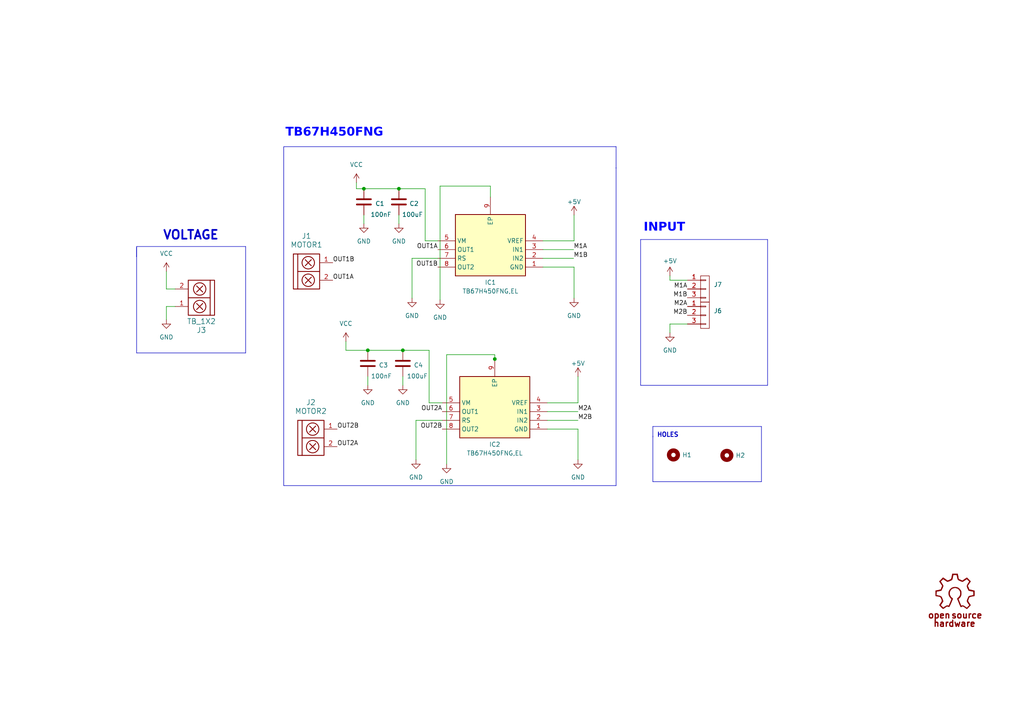
<source format=kicad_sch>
(kicad_sch (version 20231120) (generator "eeschema") (generator_version "8.0")
  (paper "A4")
  (title_block (title "Motor Driver TB67H450FNG x2") (date "2024-04-13") (rev "2.0") (company "Space Angels") (comment 1 "Made in EESTN5") (comment 2 "Autor Alejo Guerra") (comment 4 "Motor driver designed for competition robots"))
  (lib_symbols
    (symbol "Device:C" (pin_numbers hide) (pin_names (offset 0.254))
      (property "Reference" "C" (at 0.635 2.54 0))
      (property "Value" "C" (at 0.635 -2.54 0))
      (symbol "C_0_1"
        (polyline (pts (xy -2.032 -0.762) (xy 2.032 -0.762)) (stroke (width 0.508)))
        (polyline (pts (xy -2.032 0.762) (xy 2.032 0.762)) (stroke (width 0.508)))
      )
      (symbol "C_1_1"
        (pin passive line (at 0 3.81 270) (length 2.794) (name "~") (number "1"))
        (pin passive line (at 0 -3.81 90) (length 2.794) (name "~") (number "2"))
      )
    )
    (symbol "EESTN5:Conn_01X03" (pin_names (offset 1.016) hide)
      (property "Reference" "J" (at 0 5.08 0))
      (property "Value" "Conn_01X03" (at 0 -5.08 0))
      (symbol "Conn_01X03_0_1"
        (rectangle (start -1.27 -2.413) (end 0.254 -2.667))
        (rectangle (start -1.27 0.127) (end 0.254 -0.127))
        (rectangle (start -1.27 2.667) (end 0.254 2.413))
        (rectangle (start -1.27 3.81) (end 1.27 -3.81))
      )
      (symbol "Conn_01X03_1_1"
        (pin passive line (at -5.08 2.54 0) (length 3.81) (name "P1") (number "1"))
        (pin passive line (at -5.08 0 0) (length 3.81) (name "P2") (number "2"))
        (pin passive line (at -5.08 -2.54 0) (length 3.81) (name "P3") (number "3"))
      )
    )
    (symbol "EESTN5:Mounting_Hole" (pin_names (offset 1.016))
      (property "Reference" "H" (at 0 5.08 0))
      (symbol "Mounting_Hole_0_1"
        (circle (center 0 0) (radius 1.27) (stroke (width 1.27)))
      )
    )
    (symbol "EESTN5:OSHWA" (pin_names (offset 1.016))
      (symbol "OSHWA_0_0"
        (polyline (pts (xy 5.7912 2.667) (xy 5.5372 2.7178) (xy 5.4864 2.7432) (xy 5.4864 1.8796) (xy 5.4864 1.8288) (xy 5.4864 1.6002) (xy 5.4864 1.4732) (xy 5.4102 1.3716) (xy 5.2832 1.3208) (xy 5.0038 1.27) (xy 4.6228 1.1938) (xy 4.572 1.1684) (xy 4.318 1.1176) (xy 4.1656 1.0414) (xy 4.0386 0.889) (xy 3.937 0.6604) (xy 3.8354 0.4064) (xy 3.683 0.0762) (xy 3.6068 -0.1778) (xy 3.5814 -0.3556) (xy 3.6322 -0.5334) (xy 3.7592 -0.7366) (xy 3.9116 -0.9906) (xy 4.318 -1.5494) (xy 3.937 -1.9304) (xy 3.5814 -2.3114) (xy 3.048 -1.9558) (xy 2.794 -1.778) (xy 2.5654 -1.651) (xy 2.3876 -1.6256) (xy 2.2098 -1.6256) (xy 1.905 -1.6764) (xy 1.4986 -0.7112) (xy 1.1176 0.2286) (xy 1.397 0.508) (xy 1.5748 0.6604) (xy 1.8034 1.016) (xy 1.9304 1.397) (xy 1.9812 1.8542) (xy 1.9812 1.9304) (xy 1.9558 2.2606) (xy 1.905 2.54) (xy 1.7526 2.8194) (xy 1.4732 3.175) (xy 1.0668 3.5052) (xy 0.5842 3.683) (xy 0.1016 3.7338) (xy -0.4064 3.6576) (xy -0.889 3.429) (xy -1.2954 3.048) (xy -1.3462 2.9972) (xy -1.6256 2.5146) (xy -1.7526 2.0066) (xy -1.7018 1.4986) (xy -1.4986 0.9906) (xy -1.143 0.508) (xy -0.8636 0.2032) (xy -1.2446 -0.7366) (xy -1.651 -1.6764) (xy -1.9558 -1.6256) (xy -2.1082 -1.6256) (xy -2.286 -1.651) (xy -2.4892 -1.7526) (xy -2.7686 -1.9304) (xy -3.2766 -2.2606) (xy -3.6576 -1.905) (xy -4.0132 -1.524) (xy -3.6322 -0.9652) (xy -3.2766 -0.4064) (xy -3.429 0.0254) (xy -3.4544 0.1016) (xy -3.6068 0.508) (xy -3.7338 0.7874) (xy -3.8862 0.9906) (xy -4.0894 1.0922) (xy -4.3688 1.1938) (xy -4.7752 1.27) (xy -5.2578 1.3716) (xy -5.2324 1.905) (xy -5.207 2.413) (xy -4.5212 2.54) (xy -3.8608 2.667) (xy -3.5814 3.2512) (xy -3.556 3.302) (xy -3.4036 3.6068) (xy -3.3274 3.8862) (xy -3.2766 4.0386) (xy -3.3274 4.2164) (xy -3.4544 4.445) (xy -3.6322 4.7244) (xy -3.6576 4.7498) (xy -3.81 5.0292) (xy -3.937 5.207) (xy -3.9878 5.3086) (xy -3.9878 5.334) (xy -3.8862 5.461) (xy -3.7338 5.6388) (xy -3.5306 5.8166) (xy -3.3782 5.969) (xy -3.2766 6.0198) (xy -3.1496 5.9436) (xy -2.9464 5.8166) (xy -2.6924 5.6388) (xy -2.6162 5.588) (xy -2.3622 5.4102) (xy -2.159 5.3086) (xy -2.032 5.2578) (xy -1.8796 5.3086) (xy -1.6256 5.3848) (xy -1.3208 5.5118) (xy -1.2446 5.5372) (xy -0.9144 5.6896) (xy -0.7112 5.842) (xy -0.635 5.969) (xy -0.6096 6.096) (xy -0.5588 6.3754) (xy -0.4826 6.6802) (xy -0.381 7.239) (xy 0.127 7.239) (xy 0.635 7.239) (xy 0.7366 6.731) (xy 0.7874 6.477) (xy 0.8636 6.1722) (xy 0.9398 5.9436) (xy 1.0414 5.8166) (xy 1.1684 5.715) (xy 1.3462 5.6134) (xy 1.4478 5.5626) (xy 1.778 5.4356) (xy 2.032 5.334) (xy 2.1844 5.2832) (xy 2.3114 5.2832) (xy 2.4638 5.334) (xy 2.667 5.4356) (xy 2.9464 5.6388) (xy 3.556 6.0452) (xy 3.937 5.6896) (xy 4.2926 5.3086) (xy 3.9116 4.7498) (xy 3.8354 4.6228) (xy 3.683 4.318) (xy 3.5814 4.0894) (xy 3.6068 3.8354) (xy 3.683 3.5306) (xy 3.8862 3.1496) (xy 4.1148 2.667) (xy 4.7752 2.54) (xy 5.461 2.413) (xy 5.4864 1.8796) (xy 5.4864 2.7432) (xy 5.4102 2.7432) (xy 5.1054 2.8194) (xy 4.8006 2.8956) (xy 4.2926 2.9718) (xy 4.064 3.5306) (xy 3.81 4.0894) (xy 4.2418 4.7244) (xy 4.6736 5.3594) (xy 4.1148 5.9182) (xy 3.5814 6.4516) (xy 2.921 6.0198) (xy 2.286 5.5626) (xy 1.7526 5.7912) (xy 1.1938 6.0452) (xy 1.0922 6.5532) (xy 1.0668 6.8072) (xy 0.9906 7.0866) (xy 0.9652 7.3152) (xy 0.9144 7.5438) (xy 0.127 7.5438) (xy -0.6604 7.5438) (xy -0.762 6.9342) (xy -0.8128 6.6802) (xy -0.889 6.35) (xy -0.9652 6.1214) (xy -1.0922 5.9944) (xy -1.27 5.8928) (xy -1.524 5.7658) (xy -2.032 5.588) (xy -2.667 6.0198) (xy -3.3274 6.477) (xy -3.8608 5.9182) (xy -4.4196 5.3594) (xy -3.9878 4.7244) (xy -3.556 4.0894) (xy -3.7846 3.556) (xy -3.7846 3.5306) (xy -3.8862 3.2766) (xy -3.9878 3.0734) (xy -4.0132 2.9972) (xy -4.0386 2.9718) (xy -4.191 2.9464) (xy -4.445 2.8956) (xy -4.7752 2.8194) (xy -5.5118 2.6924) (xy -5.5118 1.905) (xy -5.5118 1.143) (xy -4.9022 1.016) (xy -4.8768 1.016) (xy -4.5466 0.9652) (xy -4.2926 0.889) (xy -4.1402 0.8382) (xy -4.1148 0.8128) (xy -4.0132 0.6604) (xy -3.8862 0.4318) (xy -3.7592 0.1524) (xy -3.683 -0.1016) (xy -3.6576 -0.3048) (xy -3.7084 -0.4572) (xy -3.8608 -0.6858) (xy -4.0386 -0.9652) (xy -4.4196 -1.524) (xy -3.8862 -2.0828) (xy -3.7846 -2.2098) (xy -3.556 -2.413) (xy -3.3782 -2.5654) (xy -3.3274 -2.6162) (xy -3.302 -2.6162) (xy -3.2004 -2.54) (xy -2.9972 -2.413) (xy -2.7178 -2.2352) (xy -2.5654 -2.1082) (xy -2.3368 -1.9558) (xy -2.1844 -1.905) (xy -2.0574 -1.905) (xy -1.905 -1.9304) (xy -1.7018 -2.0066) (xy -1.5748 -2.0574) (xy -1.5494 -2.032) (xy -1.4732 -1.8796) (xy -1.3462 -1.6256) (xy -1.1684 -1.27) (xy -0.9906 -0.8636) (xy -0.4826 0.3556) (xy -0.8382 0.6604) (xy -1.016 0.8128) (xy -1.27 1.2192) (xy -1.4224 1.651) (xy -1.4224 2.1082) (xy -1.2954 2.5146) (xy -1.0922 2.8956) (xy -0.762 3.2004) (xy -0.3556 3.4036) (xy 0.1524 3.4798) (xy 0.4826 3.429) (xy 0.9144 3.2766) (xy 1.27 2.9718) (xy 1.5494 2.5908) (xy 1.6764 2.159) (xy 1.6764 1.8288) (xy 1.6256 1.4478) (xy 1.4732 1.0922) (xy 1.1684 0.762) (xy 0.762 0.3556) (xy 1.2446 -0.8128) (xy 1.3208 -1.016) (xy 1.4732 -1.397) (xy 1.6256 -1.7272) (xy 1.7272 -1.9558) (xy 1.778 -2.0574) (xy 1.8796 -2.0828) (xy 2.032 -2.0066) (xy 2.1844 -1.905) (xy 2.3114 -1.8796) (xy 2.4892 -1.905) (xy 2.7178 -2.032) (xy 3.0226 -2.2352) (xy 3.5814 -2.6416) (xy 4.1402 -2.0828) (xy 4.6736 -1.524) (xy 4.2926 -0.9652) (xy 4.2164 -0.8636) (xy 4.064 -0.6096) (xy 3.937 -0.381) (xy 3.8862 -0.2794) (xy 3.8862 -0.254) (xy 3.937 -0.0762) (xy 4.0386 0.1778) (xy 4.1402 0.4572) (xy 4.2418 0.6858) (xy 4.318 0.7874) (xy 4.3434 0.8128) (xy 4.4958 0.8636) (xy 4.7498 0.9398) (xy 5.08 1.016) (xy 5.7912 1.143) (xy 5.7912 1.905) (xy 5.7912 2.667) (xy 5.7912 2.667)) (stroke (width 0.0254)) (fill (type outline)))
        (text "hardware" (at -0.0254 -6.858 0) (effects (font (size 1.778 1.778) (bold yes))))
        (text "open" (at -4.445 -4.445 0) (effects (font (size 1.778 1.778) (bold yes))))
        (text "source" (at 3.556 -4.445 0) (effects (font (size 1.778 1.778) (bold yes))))
      )
    )
    (symbol "EESTN5:TB_1X2" (pin_names (offset 1.016))
      (property "Reference" "J" (at 0 7.62 0))
      (property "Value" "TB_1X2" (at 1.27 -7.62 0))
      (symbol "TB_1X2_0_1"
        (rectangle (start -2.54 5.08) (end 5.08 -5.08) (stroke (width 0.254)))
        (polyline (pts (xy -1.27 0) (xy 5.08 0)) (stroke (width 0.254)))
        (polyline (pts (xy -1.27 5.08) (xy -1.27 -5.08)) (stroke (width 0.254)))
        (polyline (pts (xy 0.889 -3.429) (xy 2.667 -1.651)) (stroke (width 0.254)))
        (polyline (pts (xy 0.889 -1.651) (xy 2.667 -3.429)) (stroke (width 0.254)))
        (polyline (pts (xy 0.889 1.651) (xy 2.667 3.429)) (stroke (width 0.254)))
        (polyline (pts (xy 0.889 3.429) (xy 2.667 1.651)) (stroke (width 0.254)))
        (circle (center 1.778 -2.54) (radius 1.8034) (stroke (width 0.254)))
        (circle (center 1.778 2.54) (radius 1.8034) (stroke (width 0.254)))
      )
      (symbol "TB_1X2_1_1"
        (pin input line (at 8.89 2.54 180) (length 3.81) (name "~") (number "1"))
        (pin input line (at 8.89 -2.54 180) (length 3.81) (name "~") (number "2"))
      )
    )
    (symbol "TB67H450FNG_EL:TB67H450FNG,EL"
      (property "Reference" "IC" (at 26.67 7.62 0))
      (property "Value" "TB67H450FNG,EL" (at 26.67 5.08 0))
      (symbol "TB67H450FNG,EL_1_1"
        (rectangle (start 5.08 2.54) (end 25.4 -15.24) (stroke (width 0.254)) (fill (type background)))
        (pin passive line (at 0 0 0) (length 5.08) (name "GND") (number "1"))
        (pin passive line (at 0 -2.54 0) (length 5.08) (name "IN2") (number "2"))
        (pin passive line (at 0 -5.08 0) (length 5.08) (name "IN1") (number "3"))
        (pin passive line (at 0 -7.62 0) (length 5.08) (name "VREF") (number "4"))
        (pin passive line (at 30.48 -7.62 180) (length 5.08) (name "VM") (number "5"))
        (pin passive line (at 30.48 -5.08 180) (length 5.08) (name "OUT1") (number "6"))
        (pin passive line (at 30.48 -2.54 180) (length 5.08) (name "RS") (number "7"))
        (pin passive line (at 30.48 0 180) (length 5.08) (name "OUT2") (number "8"))
        (pin passive line (at 15.24 -20.32 90) (length 5.08) (name "EP") (number "9"))
      )
    )
    (symbol "power:+5V" (power) (pin_names (offset 0))
      (property "Value" "+5V" (at 0 3.556 0))
      (symbol "+5V_0_1"
        (polyline (pts (xy -0.762 1.27) (xy 0 2.54)))
        (polyline (pts (xy 0 0) (xy 0 2.54)))
        (polyline (pts (xy 0 2.54) (xy 0.762 1.27)))
      )
      (symbol "+5V_1_1"
        (pin power_in line (at 0 0 90) (length 0) hide (name "+5V") (number "1"))
      )
    )
    (symbol "power:GND" (power) (pin_names (offset 0))
      (property "Value" "GND" (at 0 -3.81 0))
      (symbol "GND_0_1"
        (polyline (pts (xy 0 0) (xy 0 -1.27) (xy 1.27 -1.27) (xy 0 -2.54) (xy -1.27 -1.27) (xy 0 -1.27)))
      )
      (symbol "GND_1_1"
        (pin power_in line (at 0 0 270) (length 0) hide (name "GND") (number "1"))
      )
    )
    (symbol "power:VCC" (power) (pin_names (offset 0))
      (property "Value" "VCC" (at 0 3.81 0))
      (symbol "VCC_0_1"
        (polyline (pts (xy -0.762 1.27) (xy 0 2.54)))
        (polyline (pts (xy 0 0) (xy 0 2.54)))
        (polyline (pts (xy 0 2.54) (xy 0.762 1.27)))
      )
      (symbol "VCC_1_1"
        (pin power_in line (at 0 0 90) (length 0) hide (name "VCC") (number "1"))
      )
    )
  )
  (junction (at 105.537 54.737))
  (junction (at 116.84 101.6))
  (junction (at 106.68 101.6))
  (junction (at 115.697 54.737))
  (junction (at 143.51 104.14))
  (polyline (pts (xy 39.624 102.362) (xy 71.247 102.362)))
  (polyline (pts (xy 82.296 140.843) (xy 82.296 42.545)))
  (wire (pts (xy 100.33 101.6) (xy 106.68 101.6)))
  (wire (pts (xy 166.497 69.85) (xy 166.497 62.357)))
  (polyline (pts (xy 222.631 111.76) (xy 222.631 69.469)))
  (polyline (pts (xy 71.247 102.362) (xy 71.247 71.501)))
  (polyline (pts (xy 39.624 74.295) (xy 39.624 74.422)))
  (wire (pts (xy 103.378 54.737) (xy 105.537 54.737)))
  (wire (pts (xy 158.75 124.46) (xy 167.64 124.46)))
  (wire (pts (xy 129.54 102.87) (xy 129.54 134.62)))
  (wire (pts (xy 129.54 102.87) (xy 143.51 102.87)))
  (polyline (pts (xy 185.801 111.76) (xy 222.631 111.76)))
  (wire (pts (xy 123.317 69.85) (xy 127 69.85)))
  (polyline (pts (xy 178.689 42.545) (xy 178.562 42.545)))
  (wire (pts (xy 194.31 93.98) (xy 194.31 96.52)))
  (wire (pts (xy 115.697 54.737) (xy 105.537 54.737)))
  (wire (pts (xy 142.24 57.15) (xy 142.24 53.975)))
  (polyline (pts (xy 39.624 71.501) (xy 39.624 74.422)))
  (polyline (pts (xy 189.357 123.698) (xy 189.357 126.746)))
  (wire (pts (xy 143.51 104.14) (xy 143.51 104.267)))
  (polyline (pts (xy 71.247 71.501) (xy 39.624 71.501)))
  (wire (pts (xy 166.37 74.93) (xy 157.48 74.93)))
  (wire (pts (xy 167.64 116.84) (xy 167.64 109.22)))
  (polyline (pts (xy 220.853 123.698) (xy 189.357 123.698)))
  (wire (pts (xy 48.26 88.9) (xy 50.8 88.9)))
  (wire (pts (xy 167.64 124.46) (xy 167.64 133.35)))
  (wire (pts (xy 106.68 109.22) (xy 106.68 111.76)))
  (wire (pts (xy 157.48 77.47) (xy 166.497 77.47)))
  (wire (pts (xy 48.26 88.9) (xy 48.26 92.71)))
  (wire (pts (xy 116.84 109.22) (xy 116.84 111.76)))
  (wire (pts (xy 105.537 62.357) (xy 105.537 64.897)))
  (polyline (pts (xy 39.624 71.755) (xy 39.624 102.362)))
  (wire (pts (xy 143.51 102.87) (xy 143.51 104.14)))
  (wire (pts (xy 158.75 116.84) (xy 167.64 116.84)))
  (wire (pts (xy 123.317 54.737) (xy 115.697 54.737)))
  (polyline (pts (xy 189.357 126.492) (xy 189.357 139.7)))
  (polyline (pts (xy 178.689 48.768) (xy 178.689 42.545)))
  (wire (pts (xy 194.31 80.01) (xy 194.31 81.28)))
  (wire (pts (xy 194.31 93.98) (xy 199.39 93.98)))
  (wire (pts (xy 127.635 53.975) (xy 127.635 86.995)))
  (polyline (pts (xy 220.853 139.7) (xy 220.853 123.698)))
  (polyline (pts (xy 185.801 69.469) (xy 222.631 69.469)))
  (wire (pts (xy 166.497 77.47) (xy 166.497 86.487)))
  (wire (pts (xy 157.48 69.85) (xy 166.497 69.85)))
  (wire (pts (xy 120.65 121.92) (xy 120.65 133.35)))
  (wire (pts (xy 119.507 74.93) (xy 119.507 86.487)))
  (wire (pts (xy 115.697 62.357) (xy 115.697 64.897)))
  (polyline (pts (xy 178.689 140.843) (xy 82.296 140.843)))
  (wire (pts (xy 123.317 69.85) (xy 123.317 54.737)))
  (wire (pts (xy 158.75 119.38) (xy 167.64 119.38)))
  (wire (pts (xy 124.46 116.84) (xy 128.27 116.84)))
  (wire (pts (xy 142.24 53.975) (xy 127.635 53.975)))
  (wire (pts (xy 48.26 78.74) (xy 48.26 83.82)))
  (wire (pts (xy 127 74.93) (xy 119.507 74.93)))
  (wire (pts (xy 124.46 116.84) (xy 124.46 101.6)))
  (wire (pts (xy 124.46 101.6) (xy 116.84 101.6)))
  (wire (pts (xy 158.75 121.92) (xy 167.64 121.92)))
  (wire (pts (xy 50.8 83.82) (xy 48.26 83.82)))
  (wire (pts (xy 194.31 81.28) (xy 199.39 81.28)))
  (polyline (pts (xy 82.296 42.545) (xy 178.689 42.545)))
  (wire (pts (xy 103.378 52.959) (xy 103.378 54.737)))
  (wire (pts (xy 116.84 101.6) (xy 106.68 101.6)))
  (wire (pts (xy 166.37 72.39) (xy 157.48 72.39)))
  (polyline (pts (xy 185.801 69.469) (xy 185.801 111.76)))
  (polyline (pts (xy 189.357 139.7) (xy 220.853 139.7)))
  (wire (pts (xy 128.27 121.92) (xy 120.65 121.92)))
  (wire (pts (xy 100.33 101.6) (xy 100.33 99.06)))
  (polyline (pts (xy 178.689 48.641) (xy 178.689 140.843)))
  (text "HOLES" (at 190.5 127 0) (effects (font (size 1.27 1.27) (thickness 0.254) (bold yes)) (justify left bottom)))
  (text "INPUT" (at 186.69 68.199 0) (effects (font (size 2.5 2.5) (thickness 0.254) (bold yes)) (justify left bottom)))
  (text "TB67H450FNG" (at 82.804 40.64 0) (effects (font (size 2.5 2.5) (thickness 0.254) (bold yes)) (justify left bottom)))
  (text "VOLTAGE" (at 55.372 68.326 0) (effects (font (size 2.54 2.54) (thickness 0.508) (bold yes))))
  (label "M2A" (at 167.64 119.38 0))
  (label "M1B" (at 199.39 86.36 180))
  (label "OUT1A" (at 127 72.39 180))
  (label "OUT1A" (at 96.52 81.28 0))
  (label "M2B" (at 199.39 91.44 180))
  (label "OUT2B" (at 97.79 124.46 0))
  (label "OUT2B" (at 128.27 124.46 180))
  (label "M1A" (at 166.37 72.39 0))
  (label "M2B" (at 167.64 121.92 0))
  (label "M2A" (at 199.39 88.9 180))
  (label "M1B" (at 166.37 74.93 0))
  (label "M1A" (at 199.39 83.82 180))
  (label "OUT2A" (at 128.27 119.38 180))
  (label "OUT1B" (at 96.52 76.2 0))
  (label "OUT1B" (at 127 77.47 180))
  (label "OUT2A" (at 97.79 129.54 0))
  (symbol (lib_id "EESTN5:Conn_01X03") (at 204.47 83.82 0) (unit 1)
    (property "Reference" "J7" (at 207.01 82.5499 0) (effects (justify left)))
    (property "Value" "Conn_01X03" (effects (hide yes)))
    (property "Footprint" "Connector_PinHeader_2.54mm:PinHeader_1x03_P2.54mm_Vertical" (effects (hide yes)))
    (property "Description" "Connector, single row, 01x03, pin header" (effects (hide yes)))
  )
  (symbol (lib_id "power:GND") (at 120.65 133.35 0) (unit 1)
    (property "Reference" "#PWR08" (effects (hide yes)))
    (property "Value" "GND" (at 120.65 138.43 0))
  )
  (symbol (lib_id "EESTN5:TB_1X2") (at 87.63 78.74 0) (unit 1)
    (property "Reference" "J1" (at 88.9 68.453 0) (effects (font (size 1.524 1.524))))
    (property "Value" "MOTOR1" (at 88.9 70.993 0) (effects (font (size 1.524 1.524))))
    (property "Footprint" "EESTN5:BORNERA2_AZUL" (effects (hide yes)))
  )
  (symbol (lib_id "power:VCC") (at 48.26 78.74 0) (unit 1)
    (property "Reference" "#PWR016" (effects (hide yes)))
    (property "Value" "VCC" (at 48.26 73.533 0))
  )
  (symbol (lib_id "EESTN5:Conn_01X03") (at 204.47 91.44 0) (unit 1)
    (property "Reference" "J6" (at 207.01 90.1699 0) (effects (justify left)))
    (property "Value" "Conn_01X03" (effects (hide yes)))
    (property "Footprint" "Connector_PinHeader_2.54mm:PinHeader_1x03_P2.54mm_Vertical" (effects (hide yes)))
    (property "Description" "Connector, single row, 01x03, pin header" (effects (hide yes)))
  )
  (symbol (lib_id "EESTN5:Mounting_Hole") (at 210.82 132.08 0) (unit 1)
    (property "Reference" "H2" (at 213.36 132.08 0) (effects (justify left)))
    (property "Value" "Mounting_Hole" (effects (hide yes)))
    (property "Footprint" "EESTN5:hole_3mm" (effects (hide yes)))
  )
  (symbol (lib_id "power:+5V") (at 194.31 80.01 0) (unit 1)
    (property "Reference" "#PWR011" (effects (hide yes)))
    (property "Value" "+5V" (at 194.31 75.692 0))
  )
  (symbol (lib_id "Device:C") (at 115.697 58.547 0) (unit 1)
    (property "Reference" "C2" (at 118.745 59.055 0) (effects (justify left)))
    (property "Value" "100uF" (at 116.586 62.23 0) (effects (justify left)))
    (property "Footprint" "Capacitor_THT:CP_Radial_D10.0mm_P5.00mm" (effects (hide yes)))
  )
  (symbol (lib_id "power:GND") (at 194.31 96.52 0) (unit 1)
    (property "Reference" "#PWR015" (effects (hide yes)))
    (property "Value" "GND" (at 194.31 101.6 0))
  )
  (symbol (lib_id "TB67H450FNG_EL:TB67H450FNG,EL") (at 158.75 124.46 180) (unit 1)
    (property "Reference" "IC2" (at 143.51 128.905 0))
    (property "Value" "TB67H450FNG,EL" (at 143.51 131.445 0))
    (property "Footprint" "TB67H450:SOIC127P600X170-9N" (effects (hide yes)))
    (property "Datasheet" "http://toshiba.semicon-storage.com/info/docget.jsp?did=65346&prodName=TB67H450FNG" (effects (hide yes)))
    (property "Height" "1.75" (effects (hide yes)))
    (property "Mouser Part Number" "757-TB67H450FNGEL" (effects (hide yes)))
    (property "Mouser Price/Stock" "https://www.mouser.co.uk/ProductDetail/Toshiba/TB67H450FNGEL?qs=h6V4JsTaLXeReNg2bp0jug%3D%3D" (effects (hide yes)))
    (property "Manufacturer_Name" "Toshiba" (effects (hide yes)))
    (property "Manufacturer_Part_Number" "TB67H450FNG,EL" (effects (hide yes)))
  )
  (symbol (lib_id "power:GND") (at 115.697 64.897 0) (unit 1)
    (property "Reference" "#PWR05" (effects (hide yes)))
    (property "Value" "GND" (at 115.697 69.977 0))
  )
  (symbol (lib_id "power:GND") (at 48.26 92.71 0) (unit 1)
    (property "Reference" "#PWR012" (effects (hide yes)))
    (property "Value" "GND" (at 48.26 97.79 0))
  )
  (symbol (lib_id "power:VCC") (at 103.378 52.959 0) (unit 1)
    (property "Reference" "#PWR014" (effects (hide yes)))
    (property "Value" "VCC" (at 103.378 47.752 0))
  )
  (symbol (lib_id "power:GND") (at 116.84 111.76 0) (unit 1)
    (property "Reference" "#PWR07" (effects (hide yes)))
    (property "Value" "GND" (at 116.84 116.84 0))
  )
  (symbol (lib_id "TB67H450FNG_EL:TB67H450FNG,EL") (at 157.48 77.47 180) (unit 1)
    (property "Reference" "IC1" (at 142.24 81.915 0))
    (property "Value" "TB67H450FNG,EL" (at 142.24 84.455 0))
    (property "Footprint" "TB67H450:SOIC127P600X170-9N" (effects (hide yes)))
    (property "Datasheet" "http://toshiba.semicon-storage.com/info/docget.jsp?did=65346&prodName=TB67H450FNG" (effects (hide yes)))
    (property "Height" "1.75" (effects (hide yes)))
    (property "Mouser Part Number" "757-TB67H450FNGEL" (effects (hide yes)))
    (property "Mouser Price/Stock" "https://www.mouser.co.uk/ProductDetail/Toshiba/TB67H450FNGEL?qs=h6V4JsTaLXeReNg2bp0jug%3D%3D" (effects (hide yes)))
    (property "Manufacturer_Name" "Toshiba" (effects (hide yes)))
    (property "Manufacturer_Part_Number" "TB67H450FNG,EL" (effects (hide yes)))
  )
  (symbol (lib_id "power:GND") (at 129.54 134.62 0) (mirror y) (unit 1)
    (property "Reference" "#PWR017" (effects (hide yes)))
    (property "Value" "GND" (at 129.54 139.7 0))
  )
  (symbol (lib_id "EESTN5:TB_1X2") (at 88.9 127 0) (unit 1)
    (property "Reference" "J2" (at 90.17 116.713 0) (effects (font (size 1.524 1.524))))
    (property "Value" "MOTOR2" (at 90.17 119.253 0) (effects (font (size 1.524 1.524))))
    (property "Footprint" "EESTN5:BORNERA2_AZUL" (effects (hide yes)))
  )
  (symbol (lib_id "Device:C") (at 106.68 105.41 0) (unit 1)
    (property "Reference" "C3" (at 109.855 105.918 0) (effects (justify left)))
    (property "Value" "100nF" (at 107.569 109.093 0) (effects (justify left)))
    (property "Footprint" "Capacitor_SMD:C_0805_2012Metric_Pad1.18x1.45mm_HandSolder" (effects (hide yes)))
  )
  (symbol (lib_id "EESTN5:OSHWA") (at 276.86 173.99 0) (unit 1)
    (property "Reference" "#G1" (effects (hide yes)))
    (property "Value" "OSHWA" (effects (hide yes)))
    (property "Description" "Logo Open Hardware" (effects (hide yes)))
  )
  (symbol (lib_id "power:+5V") (at 167.64 109.22 0) (unit 1)
    (property "Reference" "#PWR09" (effects (hide yes)))
    (property "Value" "+5V" (at 167.64 105.41 0))
  )
  (symbol (lib_id "power:+5V") (at 166.497 62.357 0) (unit 1)
    (property "Reference" "#PWR02" (effects (hide yes)))
    (property "Value" "+5V" (at 166.497 58.547 0))
  )
  (symbol (lib_id "power:GND") (at 127.635 86.995 0) (mirror y) (unit 1)
    (property "Reference" "#PWR022" (effects (hide yes)))
    (property "Value" "GND" (at 127.635 92.075 0))
  )
  (symbol (lib_id "power:GND") (at 105.537 64.897 0) (unit 1)
    (property "Reference" "#PWR04" (effects (hide yes)))
    (property "Value" "GND" (at 105.537 69.977 0))
  )
  (symbol (lib_id "Device:C") (at 105.537 58.547 0) (unit 1)
    (property "Reference" "C1" (at 108.839 59.055 0) (effects (justify left)))
    (property "Value" "100nF" (at 107.442 62.23 0) (effects (justify left)))
    (property "Footprint" "Capacitor_SMD:C_0805_2012Metric_Pad1.18x1.45mm_HandSolder" (effects (hide yes)))
  )
  (symbol (lib_id "power:GND") (at 106.68 111.76 0) (unit 1)
    (property "Reference" "#PWR06" (effects (hide yes)))
    (property "Value" "GND" (at 106.68 116.84 0))
  )
  (symbol (lib_id "power:GND") (at 167.64 133.35 0) (unit 1)
    (property "Reference" "#PWR010" (effects (hide yes)))
    (property "Value" "GND" (at 167.64 138.43 0))
  )
  (symbol (lib_id "power:VCC") (at 100.33 99.06 0) (unit 1)
    (property "Reference" "#PWR013" (effects (hide yes)))
    (property "Value" "VCC" (at 100.33 93.853 0))
  )
  (symbol (lib_id "power:GND") (at 166.497 86.487 0) (unit 1)
    (property "Reference" "#PWR03" (effects (hide yes)))
    (property "Value" "GND" (at 166.497 91.567 0))
  )
  (symbol (lib_id "EESTN5:Mounting_Hole") (at 195.326 131.953 0) (unit 1)
    (property "Reference" "H1" (at 197.866 131.953 0) (effects (justify left)))
    (property "Value" "Mounting_Hole" (effects (hide yes)))
    (property "Footprint" "EESTN5:hole_3mm" (effects (hide yes)))
  )
  (symbol (lib_id "EESTN5:TB_1X2") (at 59.69 86.36 180) (unit 1)
    (property "Reference" "J3" (at 58.42 95.758 0) (effects (font (size 1.524 1.524))))
    (property "Value" "TB_1X2" (at 58.42 93.218 0) (effects (font (size 1.524 1.524))))
    (property "Footprint" "EESTN5:BORNERA2_AZUL" (effects (hide yes)))
  )
  (symbol (lib_id "power:GND") (at 119.507 86.487 0) (unit 1)
    (property "Reference" "#PWR01" (effects (hide yes)))
    (property "Value" "GND" (at 119.507 91.567 0))
  )
  (symbol (lib_id "Device:C") (at 116.84 105.41 0) (unit 1)
    (property "Reference" "C4" (at 120.015 105.918 0) (effects (justify left)))
    (property "Value" "100uF" (at 117.983 109.093 0) (effects (justify left)))
    (property "Footprint" "Capacitor_THT:CP_Radial_D10.0mm_P5.00mm" (effects (hide yes)))
  )
)
</source>
